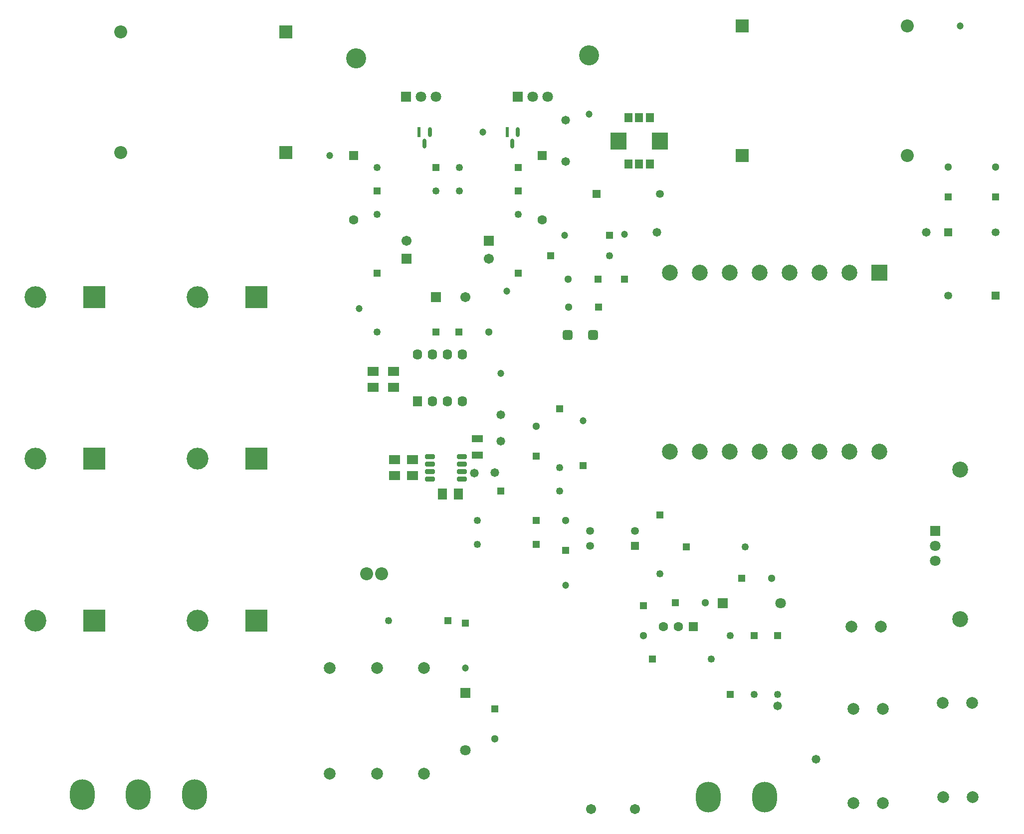
<source format=gbr>
G04*
G04 #@! TF.GenerationSoftware,Altium Limited,Altium Designer,23.6.0 (18)*
G04*
G04 Layer_Color=16711935*
%FSLAX44Y44*%
%MOMM*%
G71*
G04*
G04 #@! TF.SameCoordinates,1F3C283D-9475-48EB-A570-AF6A427DC10D*
G04*
G04*
G04 #@! TF.FilePolarity,Negative*
G04*
G01*
G75*
%ADD15C,2.7032*%
%ADD16R,1.8032X1.8032*%
%ADD17C,1.8032*%
%ADD18R,1.8032X1.8032*%
%ADD19C,3.4032*%
%ADD20C,2.0032*%
%ADD21C,1.2500*%
%ADD22R,1.2500X1.2500*%
G04:AMPARAMS|DCode=23|XSize=1.6032mm|YSize=1.6032mm|CornerRadius=0.1506mm|HoleSize=0mm|Usage=FLASHONLY|Rotation=270.000|XOffset=0mm|YOffset=0mm|HoleType=Round|Shape=RoundedRectangle|*
%AMROUNDEDRECTD23*
21,1,1.6032,1.3020,0,0,270.0*
21,1,1.3020,1.6032,0,0,270.0*
1,1,0.3012,-0.6510,-0.6510*
1,1,0.3012,-0.6510,0.6510*
1,1,0.3012,0.6510,0.6510*
1,1,0.3012,0.6510,-0.6510*
%
%ADD23ROUNDEDRECTD23*%
%ADD24C,1.6032*%
%ADD25R,2.2032X2.2032*%
%ADD26C,2.2032*%
%ADD27C,3.7032*%
%ADD28R,3.7032X3.7032*%
%ADD29C,1.2032*%
%ADD30R,1.6000X1.8000*%
%ADD31O,1.6000X1.8000*%
%ADD32R,1.2500X1.2500*%
%ADD33C,1.6000*%
%ADD34R,1.6000X1.6000*%
%ADD35R,1.3000X1.3000*%
%ADD36C,1.3000*%
%ADD37R,1.7032X1.7032*%
%ADD38C,1.7032*%
%ADD39R,1.7032X1.7032*%
%ADD40R,2.7032X2.7032*%
%ADD41R,1.8000X1.8000*%
%ADD42C,1.8000*%
%ADD43R,1.3000X1.3000*%
%ADD44C,1.2000*%
%ADD45R,1.2000X1.2000*%
%ADD46R,1.3500X1.3500*%
%ADD47C,1.3500*%
%ADD48R,1.2000X1.2000*%
G04:AMPARAMS|DCode=49|XSize=1.7272mm|YSize=1.7272mm|CornerRadius=0.4826mm|HoleSize=0mm|Usage=FLASHONLY|Rotation=0.000|XOffset=0mm|YOffset=0mm|HoleType=Round|Shape=RoundedRectangle|*
%AMROUNDEDRECTD49*
21,1,1.7272,0.7620,0,0,0.0*
21,1,0.7620,1.7272,0,0,0.0*
1,1,0.9652,0.3810,-0.3810*
1,1,0.9652,-0.3810,-0.3810*
1,1,0.9652,-0.3810,0.3810*
1,1,0.9652,0.3810,0.3810*
%
%ADD49ROUNDEDRECTD49*%
%ADD50R,1.8000X1.8000*%
%ADD51O,4.2032X5.2032*%
%ADD52R,1.3500X1.3500*%
%ADD53C,1.4732*%
G04:AMPARAMS|DCode=73|XSize=1.6587mm|YSize=0.6268mm|CornerRadius=0.3134mm|HoleSize=0mm|Usage=FLASHONLY|Rotation=270.000|XOffset=0mm|YOffset=0mm|HoleType=Round|Shape=RoundedRectangle|*
%AMROUNDEDRECTD73*
21,1,1.6587,0.0000,0,0,270.0*
21,1,1.0319,0.6268,0,0,270.0*
1,1,0.6268,0.0000,-0.5159*
1,1,0.6268,0.0000,0.5159*
1,1,0.6268,0.0000,0.5159*
1,1,0.6268,0.0000,-0.5159*
%
%ADD73ROUNDEDRECTD73*%
%ADD74R,0.6268X1.6587*%
%ADD85R,1.9032X1.2032*%
G04:AMPARAMS|DCode=86|XSize=0.8032mm|YSize=1.6532mm|CornerRadius=0.1526mm|HoleSize=0mm|Usage=FLASHONLY|Rotation=90.000|XOffset=0mm|YOffset=0mm|HoleType=Round|Shape=RoundedRectangle|*
%AMROUNDEDRECTD86*
21,1,0.8032,1.3480,0,0,90.0*
21,1,0.4980,1.6532,0,0,90.0*
1,1,0.3052,0.6740,0.2490*
1,1,0.3052,0.6740,-0.2490*
1,1,0.3052,-0.6740,-0.2490*
1,1,0.3052,-0.6740,0.2490*
%
%ADD86ROUNDEDRECTD86*%
%ADD87R,1.9532X1.5032*%
%ADD88R,1.5032X1.9532*%
%ADD89R,1.4732X1.4832*%
%ADD90R,2.7532X3.0032*%
D15*
X1940000Y643000D02*
D03*
Y897000D02*
D03*
X1802500Y927500D02*
D03*
X1751700D02*
D03*
X1700900D02*
D03*
X1650100D02*
D03*
X1599300D02*
D03*
X1548500D02*
D03*
X1497700D02*
D03*
X1446900D02*
D03*
Y1231500D02*
D03*
X1497700D02*
D03*
X1548500D02*
D03*
X1599300D02*
D03*
X1650100D02*
D03*
X1700900D02*
D03*
X1751700D02*
D03*
D16*
X1897500Y792900D02*
D03*
D17*
Y767500D02*
D03*
Y742100D02*
D03*
X1050400Y1530000D02*
D03*
X1025000D02*
D03*
X1214600Y1530000D02*
D03*
X1240000D02*
D03*
D18*
X999600Y1530000D02*
D03*
X1189200Y1530000D02*
D03*
D19*
X1310000Y1600000D02*
D03*
X915000Y1595000D02*
D03*
D20*
X1030000Y560000D02*
D03*
Y380000D02*
D03*
X950000D02*
D03*
Y560000D02*
D03*
X870000D02*
D03*
Y380000D02*
D03*
X1960000Y500000D02*
D03*
X1910000D02*
D03*
X1809044Y329970D02*
D03*
X1759044D02*
D03*
X1755000Y630000D02*
D03*
X1805000D02*
D03*
X1911485Y339970D02*
D03*
X1961485D02*
D03*
X1759045Y490000D02*
D03*
X1809045D02*
D03*
D21*
X1550000Y615000D02*
D03*
X1517500Y575000D02*
D03*
X950000Y1330000D02*
D03*
X1050000Y1370000D02*
D03*
X1430000Y720000D02*
D03*
X970000Y640000D02*
D03*
X1120000Y810000D02*
D03*
Y770000D02*
D03*
X1260000Y860000D02*
D03*
X1345000Y1260000D02*
D03*
X1190000Y1330000D02*
D03*
X1090000Y1410000D02*
D03*
Y1370000D02*
D03*
X1260000Y900000D02*
D03*
X950000Y1130000D02*
D03*
X1590000Y515000D02*
D03*
X1630000Y515000D02*
D03*
X1575000Y765000D02*
D03*
X950000Y1410000D02*
D03*
D22*
X1550000Y515000D02*
D03*
X950000Y1230000D02*
D03*
X1430000Y820000D02*
D03*
X1190000Y1230000D02*
D03*
X1260000Y1000000D02*
D03*
X1590000Y615000D02*
D03*
X1630000Y615000D02*
D03*
D23*
X1487305Y630185D02*
D03*
D24*
X1436505D02*
D03*
X1461905D02*
D03*
D25*
X795000Y1640000D02*
D03*
Y1435000D02*
D03*
X1570000Y1430000D02*
D03*
Y1650000D02*
D03*
D26*
X515000Y1640000D02*
D03*
Y1435000D02*
D03*
X1850000Y1430000D02*
D03*
Y1650000D02*
D03*
X932300Y720000D02*
D03*
X957700D02*
D03*
D27*
X370000Y640000D02*
D03*
Y915000D02*
D03*
X645000Y640000D02*
D03*
Y915000D02*
D03*
X370000Y1190000D02*
D03*
X645000D02*
D03*
D28*
X470000Y640000D02*
D03*
Y915000D02*
D03*
X745000Y640000D02*
D03*
Y915000D02*
D03*
X470000Y1190000D02*
D03*
X745000D02*
D03*
D29*
X1310000Y1500000D02*
D03*
X1270000Y700000D02*
D03*
X870000Y1430000D02*
D03*
X1170000Y1200000D02*
D03*
X1940000Y1650000D02*
D03*
X1130000Y1470000D02*
D03*
X920000Y1170000D02*
D03*
X1160000Y1060000D02*
D03*
D30*
X1018600Y1012600D02*
D03*
D31*
X1044000D02*
D03*
X1069400D02*
D03*
X1094800D02*
D03*
Y1092000D02*
D03*
X1069400D02*
D03*
X1044000D02*
D03*
X1018600D02*
D03*
D32*
X1417500Y575000D02*
D03*
X950000Y1370000D02*
D03*
X1070000Y640000D02*
D03*
X1220000Y810000D02*
D03*
Y770000D02*
D03*
X1160000Y860000D02*
D03*
X1245000Y1260000D02*
D03*
X1190000Y1410000D02*
D03*
Y1370000D02*
D03*
X1050000Y1130000D02*
D03*
X1475000Y765000D02*
D03*
X1050000Y1410000D02*
D03*
D33*
X910000Y1321140D02*
D03*
X1230000D02*
D03*
D34*
X910000Y1430000D02*
D03*
X1230000D02*
D03*
D35*
X1089200Y1130000D02*
D03*
X1569200Y712500D02*
D03*
X1325800Y1172500D02*
D03*
X1325000Y1220000D02*
D03*
X1456905Y670185D02*
D03*
D36*
X1140000Y1130000D02*
D03*
X1620000Y712500D02*
D03*
X1150000Y439200D02*
D03*
X1270000Y810000D02*
D03*
X1275000Y1172500D02*
D03*
X1274200Y1220000D02*
D03*
X1220000Y970000D02*
D03*
X1401905Y614385D02*
D03*
X1507705Y670185D02*
D03*
X2000000Y1410800D02*
D03*
X1920000D02*
D03*
D37*
X1050000Y1190000D02*
D03*
D38*
X1100000D02*
D03*
X1000000Y1285000D02*
D03*
X1140000Y1255000D02*
D03*
X1313000Y320000D02*
D03*
X1388000D02*
D03*
D39*
X1000000Y1255000D02*
D03*
X1140000Y1285000D02*
D03*
D40*
X1802500Y1231500D02*
D03*
D41*
X1100000Y517760D02*
D03*
D42*
Y420000D02*
D03*
X1635000Y670000D02*
D03*
D43*
X1150000Y490000D02*
D03*
X1270000Y759200D02*
D03*
X1220000Y919200D02*
D03*
X1401905Y665185D02*
D03*
X2000000Y1360000D02*
D03*
X1920000D02*
D03*
D44*
X1100000Y560000D02*
D03*
X1370000Y1296260D02*
D03*
X1268740Y1295000D02*
D03*
X1300000Y980000D02*
D03*
D45*
X1100000Y636260D02*
D03*
X1370000Y1220000D02*
D03*
X1300000Y903740D02*
D03*
D46*
X1388100Y767300D02*
D03*
X1322500Y1365000D02*
D03*
D47*
X1388100Y792700D02*
D03*
X1311900D02*
D03*
Y767300D02*
D03*
X1430000Y1365000D02*
D03*
X1920000Y1192500D02*
D03*
X2000000Y1300000D02*
D03*
D48*
X1345000Y1295000D02*
D03*
D49*
X1273530Y1125000D02*
D03*
X1316470D02*
D03*
D50*
X1537240Y670000D02*
D03*
D51*
X1607625Y340000D02*
D03*
X1512375D02*
D03*
X640255Y345000D02*
D03*
X449750D02*
D03*
X545000D02*
D03*
D52*
X1920000Y1300000D02*
D03*
X2000000Y1192500D02*
D03*
D53*
X1425000Y1300000D02*
D03*
X1882500D02*
D03*
X1695000Y405000D02*
D03*
X1630000Y495000D02*
D03*
X1150350Y891352D02*
D03*
X1115000Y891000D02*
D03*
X1160000Y945000D02*
D03*
Y990000D02*
D03*
X1270000Y1420000D02*
D03*
Y1490000D02*
D03*
D73*
X1180000Y1450233D02*
D03*
X1189150Y1469767D02*
D03*
X1040000Y1470000D02*
D03*
X1030850Y1450466D02*
D03*
D74*
X1170850Y1469767D02*
D03*
X1021700Y1470000D02*
D03*
D85*
X1120000Y949000D02*
D03*
Y921000D02*
D03*
D86*
X1039750Y880950D02*
D03*
Y893650D02*
D03*
Y906350D02*
D03*
Y919050D02*
D03*
X1094250Y880950D02*
D03*
Y893650D02*
D03*
Y906350D02*
D03*
Y919050D02*
D03*
D87*
X1010000Y886500D02*
D03*
Y913500D02*
D03*
X980000Y886500D02*
D03*
Y913500D02*
D03*
X978000Y1063500D02*
D03*
Y1036500D02*
D03*
X943188Y1063500D02*
D03*
Y1036500D02*
D03*
D88*
X1061500Y855000D02*
D03*
X1088500D02*
D03*
D89*
X1395000Y1415900D02*
D03*
X1376500D02*
D03*
X1413500Y1494100D02*
D03*
X1395000D02*
D03*
X1376500D02*
D03*
X1413500Y1415900D02*
D03*
D90*
X1360000Y1455000D02*
D03*
X1430000D02*
D03*
M02*

</source>
